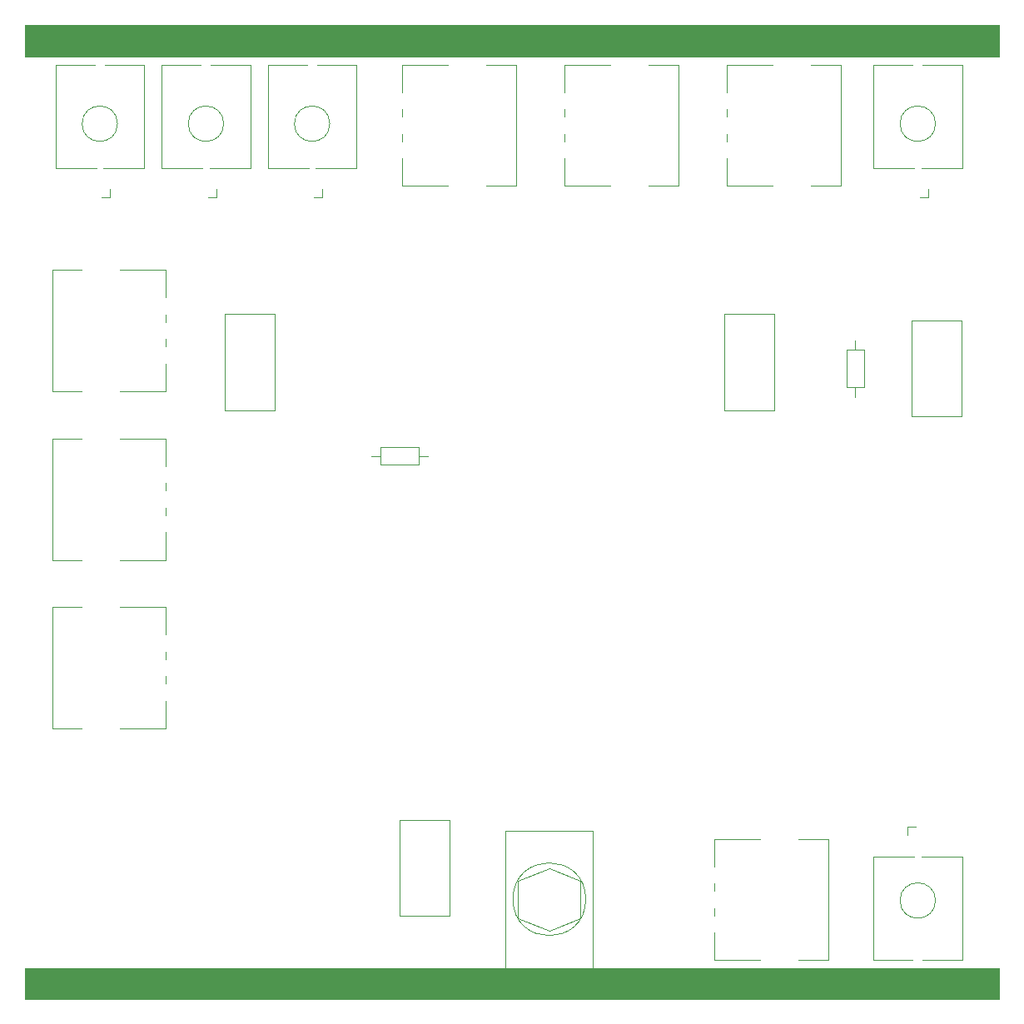
<source format=gto>
G04 #@! TF.GenerationSoftware,KiCad,Pcbnew,5.1.12-1.fc34*
G04 #@! TF.CreationDate,2022-01-17T20:57:28+01:00*
G04 #@! TF.ProjectId,vcf,7663662e-6b69-4636-9164-5f7063625858,rev?*
G04 #@! TF.SameCoordinates,Original*
G04 #@! TF.FileFunction,Legend,Top*
G04 #@! TF.FilePolarity,Positive*
%FSLAX46Y46*%
G04 Gerber Fmt 4.6, Leading zero omitted, Abs format (unit mm)*
G04 Created by KiCad (PCBNEW 5.1.12-1.fc34) date 2022-01-17 20:57:28*
%MOMM*%
%LPD*%
G01*
G04 APERTURE LIST*
%ADD10C,0.100000*%
%ADD11C,0.120000*%
%ADD12O,1.400000X1.400000*%
%ADD13C,1.400000*%
%ADD14O,1.700000X1.700000*%
%ADD15R,1.700000X1.700000*%
%ADD16O,1.600000X1.600000*%
%ADD17R,1.600000X1.600000*%
%ADD18C,4.000000*%
%ADD19C,1.800000*%
%ADD20C,1.440000*%
%ADD21C,2.130000*%
%ADD22R,1.930000X1.830000*%
%ADD23C,1.600000*%
G04 APERTURE END LIST*
D10*
G36*
X137160000Y-143510000D02*
G01*
X38100000Y-143510000D01*
X38100000Y-140335000D01*
X137160000Y-140335000D01*
X137160000Y-143510000D01*
G37*
X137160000Y-143510000D02*
X38100000Y-143510000D01*
X38100000Y-140335000D01*
X137160000Y-140335000D01*
X137160000Y-143510000D01*
G36*
X137160000Y-47625000D02*
G01*
X38100000Y-47625000D01*
X38100000Y-44450000D01*
X137160000Y-44450000D01*
X137160000Y-47625000D01*
G37*
X137160000Y-47625000D02*
X38100000Y-47625000D01*
X38100000Y-44450000D01*
X137160000Y-44450000D01*
X137160000Y-47625000D01*
D11*
X95142654Y-133350000D02*
G75*
G03*
X95142654Y-133350000I-3702654J0D01*
G01*
X91440000Y-136525000D02*
X88265000Y-135255000D01*
X94615000Y-135255000D02*
X91440000Y-136525000D01*
X94615000Y-131445000D02*
X94615000Y-135255000D01*
X91440000Y-130175000D02*
X94615000Y-131445000D01*
X88265000Y-131445000D02*
X91440000Y-130175000D01*
X88265000Y-135255000D02*
X88265000Y-131445000D01*
X95885000Y-140335000D02*
X86995000Y-140335000D01*
X95885000Y-126365000D02*
X95885000Y-140335000D01*
X86995000Y-126365000D02*
X95885000Y-126365000D01*
X86995000Y-140335000D02*
X86995000Y-126365000D01*
X108195000Y-127220000D02*
X112861000Y-127220000D01*
X116770000Y-127220000D02*
X119785000Y-127220000D01*
X108195000Y-139560000D02*
X112861000Y-139560000D01*
X116770000Y-139560000D02*
X119785000Y-139560000D01*
X108195000Y-127220000D02*
X108195000Y-130019000D01*
X108195000Y-131761000D02*
X108195000Y-132520000D01*
X108195000Y-134261000D02*
X108195000Y-135020000D01*
X108195000Y-136760000D02*
X108195000Y-139560000D01*
X119785000Y-127220000D02*
X119785000Y-139560000D01*
X128280000Y-84260000D02*
X128280000Y-74490000D01*
X133350000Y-84260000D02*
X133350000Y-74490000D01*
X128280000Y-84260000D02*
X133350000Y-84260000D01*
X128280000Y-74490000D02*
X133350000Y-74490000D01*
X76210000Y-135060000D02*
X76210000Y-125290000D01*
X81280000Y-135060000D02*
X81280000Y-125290000D01*
X76210000Y-135060000D02*
X81280000Y-135060000D01*
X76210000Y-125290000D02*
X81280000Y-125290000D01*
X109230000Y-83625000D02*
X109230000Y-73855000D01*
X114300000Y-83625000D02*
X114300000Y-73855000D01*
X109230000Y-83625000D02*
X114300000Y-83625000D01*
X109230000Y-73855000D02*
X114300000Y-73855000D01*
X58430000Y-83625000D02*
X58430000Y-73855000D01*
X63500000Y-83625000D02*
X63500000Y-73855000D01*
X58430000Y-83625000D02*
X63500000Y-83625000D01*
X58430000Y-73855000D02*
X63500000Y-73855000D01*
X109465000Y-48480000D02*
X114131000Y-48480000D01*
X118040000Y-48480000D02*
X121055000Y-48480000D01*
X109465000Y-60820000D02*
X114131000Y-60820000D01*
X118040000Y-60820000D02*
X121055000Y-60820000D01*
X109465000Y-48480000D02*
X109465000Y-51279000D01*
X109465000Y-53021000D02*
X109465000Y-53780000D01*
X109465000Y-55521000D02*
X109465000Y-56280000D01*
X109465000Y-58020000D02*
X109465000Y-60820000D01*
X121055000Y-48480000D02*
X121055000Y-60820000D01*
X92955000Y-48480000D02*
X97621000Y-48480000D01*
X101530000Y-48480000D02*
X104545000Y-48480000D01*
X92955000Y-60820000D02*
X97621000Y-60820000D01*
X101530000Y-60820000D02*
X104545000Y-60820000D01*
X92955000Y-48480000D02*
X92955000Y-51279000D01*
X92955000Y-53021000D02*
X92955000Y-53780000D01*
X92955000Y-55521000D02*
X92955000Y-56280000D01*
X92955000Y-58020000D02*
X92955000Y-60820000D01*
X104545000Y-48480000D02*
X104545000Y-60820000D01*
X76445000Y-48480000D02*
X81111000Y-48480000D01*
X85020000Y-48480000D02*
X88035000Y-48480000D01*
X76445000Y-60820000D02*
X81111000Y-60820000D01*
X85020000Y-60820000D02*
X88035000Y-60820000D01*
X76445000Y-48480000D02*
X76445000Y-51279000D01*
X76445000Y-53021000D02*
X76445000Y-53780000D01*
X76445000Y-55521000D02*
X76445000Y-56280000D01*
X76445000Y-58020000D02*
X76445000Y-60820000D01*
X88035000Y-48480000D02*
X88035000Y-60820000D01*
X52460000Y-81695000D02*
X47794000Y-81695000D01*
X43885000Y-81695000D02*
X40870000Y-81695000D01*
X52460000Y-69355000D02*
X47794000Y-69355000D01*
X43885000Y-69355000D02*
X40870000Y-69355000D01*
X52460000Y-81695000D02*
X52460000Y-78896000D01*
X52460000Y-77154000D02*
X52460000Y-76395000D01*
X52460000Y-74654000D02*
X52460000Y-73895000D01*
X52460000Y-72155000D02*
X52460000Y-69355000D01*
X40870000Y-81695000D02*
X40870000Y-69355000D01*
X52460000Y-98840000D02*
X47794000Y-98840000D01*
X43885000Y-98840000D02*
X40870000Y-98840000D01*
X52460000Y-86500000D02*
X47794000Y-86500000D01*
X43885000Y-86500000D02*
X40870000Y-86500000D01*
X52460000Y-98840000D02*
X52460000Y-96041000D01*
X52460000Y-94299000D02*
X52460000Y-93540000D01*
X52460000Y-91799000D02*
X52460000Y-91040000D01*
X52460000Y-89300000D02*
X52460000Y-86500000D01*
X40870000Y-98840000D02*
X40870000Y-86500000D01*
X52460000Y-115985000D02*
X47794000Y-115985000D01*
X43885000Y-115985000D02*
X40870000Y-115985000D01*
X52460000Y-103645000D02*
X47794000Y-103645000D01*
X43885000Y-103645000D02*
X40870000Y-103645000D01*
X52460000Y-115985000D02*
X52460000Y-113186000D01*
X52460000Y-111444000D02*
X52460000Y-110685000D01*
X52460000Y-108944000D02*
X52460000Y-108185000D01*
X52460000Y-106445000D02*
X52460000Y-103645000D01*
X40870000Y-115985000D02*
X40870000Y-103645000D01*
X123475000Y-77455000D02*
X121635000Y-77455000D01*
X121635000Y-77455000D02*
X121635000Y-81295000D01*
X121635000Y-81295000D02*
X123475000Y-81295000D01*
X123475000Y-81295000D02*
X123475000Y-77455000D01*
X122555000Y-76505000D02*
X122555000Y-77455000D01*
X122555000Y-82245000D02*
X122555000Y-81295000D01*
X74280000Y-87345000D02*
X74280000Y-89185000D01*
X74280000Y-89185000D02*
X78120000Y-89185000D01*
X78120000Y-89185000D02*
X78120000Y-87345000D01*
X78120000Y-87345000D02*
X74280000Y-87345000D01*
X73330000Y-88265000D02*
X74280000Y-88265000D01*
X79070000Y-88265000D02*
X78120000Y-88265000D01*
X124405000Y-128980000D02*
X124405000Y-139480000D01*
X133405000Y-128980000D02*
X133405000Y-139480000D01*
X133405000Y-139480000D02*
X129405000Y-139480000D01*
X128405000Y-139480000D02*
X124405000Y-139480000D01*
X133405000Y-128980000D02*
X129255000Y-128980000D01*
X128555000Y-128980000D02*
X124405000Y-128980000D01*
X130705000Y-133480000D02*
G75*
G03*
X130705000Y-133480000I-1800000J0D01*
G01*
X127845000Y-126000000D02*
X127845000Y-126800000D01*
X127845000Y-126000000D02*
X128705000Y-126000000D01*
X133405000Y-58980000D02*
X133405000Y-48480000D01*
X124405000Y-58980000D02*
X124405000Y-48480000D01*
X124405000Y-48480000D02*
X128405000Y-48480000D01*
X129405000Y-48480000D02*
X133405000Y-48480000D01*
X124405000Y-58980000D02*
X128555000Y-58980000D01*
X129255000Y-58980000D02*
X133405000Y-58980000D01*
X130705000Y-54480000D02*
G75*
G03*
X130705000Y-54480000I-1800000J0D01*
G01*
X129965000Y-61960000D02*
X129965000Y-61160000D01*
X129965000Y-61960000D02*
X129105000Y-61960000D01*
X71810000Y-58980000D02*
X71810000Y-48480000D01*
X62810000Y-58980000D02*
X62810000Y-48480000D01*
X62810000Y-48480000D02*
X66810000Y-48480000D01*
X67810000Y-48480000D02*
X71810000Y-48480000D01*
X62810000Y-58980000D02*
X66960000Y-58980000D01*
X67660000Y-58980000D02*
X71810000Y-58980000D01*
X69110000Y-54480000D02*
G75*
G03*
X69110000Y-54480000I-1800000J0D01*
G01*
X68370000Y-61960000D02*
X68370000Y-61160000D01*
X68370000Y-61960000D02*
X67510000Y-61960000D01*
X61015000Y-58980000D02*
X61015000Y-48480000D01*
X52015000Y-58980000D02*
X52015000Y-48480000D01*
X52015000Y-48480000D02*
X56015000Y-48480000D01*
X57015000Y-48480000D02*
X61015000Y-48480000D01*
X52015000Y-58980000D02*
X56165000Y-58980000D01*
X56865000Y-58980000D02*
X61015000Y-58980000D01*
X58315000Y-54480000D02*
G75*
G03*
X58315000Y-54480000I-1800000J0D01*
G01*
X57575000Y-61960000D02*
X57575000Y-61160000D01*
X57575000Y-61960000D02*
X56715000Y-61960000D01*
X50220000Y-58980000D02*
X50220000Y-48480000D01*
X41220000Y-58980000D02*
X41220000Y-48480000D01*
X41220000Y-48480000D02*
X45220000Y-48480000D01*
X46220000Y-48480000D02*
X50220000Y-48480000D01*
X41220000Y-58980000D02*
X45370000Y-58980000D01*
X46070000Y-58980000D02*
X50220000Y-58980000D01*
X47520000Y-54480000D02*
G75*
G03*
X47520000Y-54480000I-1800000J0D01*
G01*
X46780000Y-61960000D02*
X46780000Y-61160000D01*
X46780000Y-61960000D02*
X45920000Y-61960000D01*
%LPC*%
D12*
X77470000Y-93345000D03*
D13*
X77470000Y-85725000D03*
D14*
X48895000Y-124460000D03*
X46355000Y-124460000D03*
X48895000Y-127000000D03*
X46355000Y-127000000D03*
X48895000Y-129540000D03*
X46355000Y-129540000D03*
X48895000Y-132080000D03*
X46355000Y-132080000D03*
X48895000Y-134620000D03*
D15*
X46355000Y-134620000D03*
D16*
X104140000Y-109855000D03*
X119380000Y-102235000D03*
X106680000Y-109855000D03*
X116840000Y-102235000D03*
X109220000Y-109855000D03*
X114300000Y-102235000D03*
X111760000Y-109855000D03*
X111760000Y-102235000D03*
X114300000Y-109855000D03*
X109220000Y-102235000D03*
X116840000Y-109855000D03*
X106680000Y-102235000D03*
X119380000Y-109855000D03*
D17*
X104140000Y-102235000D03*
D16*
X60960000Y-109855000D03*
X76200000Y-102235000D03*
X63500000Y-109855000D03*
X73660000Y-102235000D03*
X66040000Y-109855000D03*
X71120000Y-102235000D03*
X68580000Y-109855000D03*
X68580000Y-102235000D03*
X71120000Y-109855000D03*
X66040000Y-102235000D03*
X73660000Y-109855000D03*
X63500000Y-102235000D03*
X76200000Y-109855000D03*
D17*
X60960000Y-102235000D03*
D16*
X80010000Y-109855000D03*
X100330000Y-102235000D03*
X82550000Y-109855000D03*
X97790000Y-102235000D03*
X85090000Y-109855000D03*
X95250000Y-102235000D03*
X87630000Y-109855000D03*
X92710000Y-102235000D03*
X90170000Y-109855000D03*
X90170000Y-102235000D03*
X92710000Y-109855000D03*
X87630000Y-102235000D03*
X95250000Y-109855000D03*
X85090000Y-102235000D03*
X97790000Y-109855000D03*
X82550000Y-102235000D03*
X100330000Y-109855000D03*
D17*
X80010000Y-102235000D03*
D16*
X123190000Y-109855000D03*
X130810000Y-102235000D03*
X125730000Y-109855000D03*
X128270000Y-102235000D03*
X128270000Y-109855000D03*
X125730000Y-102235000D03*
X130810000Y-109855000D03*
D17*
X123190000Y-102235000D03*
D16*
X72390000Y-82550000D03*
X80010000Y-74930000D03*
X74930000Y-82550000D03*
X77470000Y-74930000D03*
X77470000Y-82550000D03*
X74930000Y-74930000D03*
X80010000Y-82550000D03*
D17*
X72390000Y-74930000D03*
D18*
X114815000Y-138140000D03*
X114815000Y-128640000D03*
D19*
X107315000Y-135890000D03*
X107315000Y-133390000D03*
X107315000Y-130890000D03*
D20*
X130810000Y-81915000D03*
X130810000Y-79375000D03*
X130810000Y-76835000D03*
X78740000Y-132715000D03*
X78740000Y-130175000D03*
X78740000Y-127635000D03*
X111760000Y-81280000D03*
X111760000Y-78740000D03*
X111760000Y-76200000D03*
X60960000Y-81280000D03*
X60960000Y-78740000D03*
X60960000Y-76200000D03*
D18*
X116085000Y-59400000D03*
X116085000Y-49900000D03*
D19*
X108585000Y-57150000D03*
X108585000Y-54650000D03*
X108585000Y-52150000D03*
D18*
X99575000Y-59400000D03*
X99575000Y-49900000D03*
D19*
X92075000Y-57150000D03*
X92075000Y-54650000D03*
X92075000Y-52150000D03*
D18*
X83065000Y-59400000D03*
X83065000Y-49900000D03*
D19*
X75565000Y-57150000D03*
X75565000Y-54650000D03*
X75565000Y-52150000D03*
D18*
X45840000Y-70775000D03*
X45840000Y-80275000D03*
D19*
X53340000Y-73025000D03*
X53340000Y-75525000D03*
X53340000Y-78025000D03*
D18*
X45840000Y-87920000D03*
X45840000Y-97420000D03*
D19*
X53340000Y-90170000D03*
X53340000Y-92670000D03*
X53340000Y-95170000D03*
D18*
X45840000Y-105065000D03*
X45840000Y-114565000D03*
D19*
X53340000Y-107315000D03*
X53340000Y-109815000D03*
X53340000Y-112315000D03*
D12*
X114300000Y-113030000D03*
D13*
X114300000Y-120650000D03*
D12*
X125730000Y-120650000D03*
D13*
X125730000Y-113030000D03*
D12*
X122555000Y-83185000D03*
D13*
X122555000Y-75565000D03*
D12*
X128270000Y-120650000D03*
D13*
X128270000Y-113030000D03*
D12*
X80010000Y-88265000D03*
D13*
X72390000Y-88265000D03*
D12*
X118745000Y-79375000D03*
D13*
X126365000Y-79375000D03*
D12*
X85725000Y-70485000D03*
D13*
X85725000Y-78105000D03*
D12*
X130810000Y-113030000D03*
D13*
X130810000Y-120650000D03*
D12*
X116840000Y-91440000D03*
D13*
X116840000Y-99060000D03*
D12*
X97790000Y-91440000D03*
D13*
X97790000Y-99060000D03*
D12*
X63500000Y-123825000D03*
D13*
X55880000Y-123825000D03*
D12*
X63500000Y-135255000D03*
D13*
X55880000Y-135255000D03*
D12*
X80010000Y-120650000D03*
D13*
X80010000Y-113030000D03*
D12*
X92710000Y-113030000D03*
D13*
X92710000Y-120650000D03*
D12*
X82550000Y-123190000D03*
D13*
X74930000Y-123190000D03*
D12*
X76200000Y-120650000D03*
D13*
X76200000Y-113030000D03*
D12*
X87630000Y-113030000D03*
D13*
X87630000Y-120650000D03*
D12*
X107315000Y-78740000D03*
D13*
X99695000Y-78740000D03*
D12*
X82550000Y-120650000D03*
D13*
X82550000Y-113030000D03*
D12*
X92710000Y-91440000D03*
D13*
X92710000Y-99060000D03*
D12*
X85090000Y-91440000D03*
D13*
X85090000Y-99060000D03*
D12*
X85090000Y-81280000D03*
D13*
X85090000Y-88900000D03*
D12*
X82550000Y-99060000D03*
D13*
X82550000Y-91440000D03*
D12*
X95250000Y-99060000D03*
D13*
X95250000Y-91440000D03*
D12*
X55880000Y-97790000D03*
D13*
X63500000Y-97790000D03*
D12*
X80010000Y-99060000D03*
D13*
X80010000Y-91440000D03*
D12*
X68580000Y-71755000D03*
D13*
X68580000Y-64135000D03*
D12*
X72390000Y-64135000D03*
D13*
X72390000Y-71755000D03*
D12*
X125730000Y-91440000D03*
D13*
X125730000Y-99060000D03*
D12*
X74930000Y-64135000D03*
D13*
X74930000Y-71755000D03*
D12*
X128270000Y-91440000D03*
D13*
X128270000Y-99060000D03*
D12*
X106045000Y-71755000D03*
D13*
X106045000Y-64135000D03*
D12*
X116205000Y-83820000D03*
D13*
X116205000Y-76200000D03*
D12*
X89535000Y-71755000D03*
D13*
X89535000Y-64135000D03*
D12*
X100330000Y-99060000D03*
D13*
X100330000Y-91440000D03*
D12*
X56515000Y-67945000D03*
D13*
X56515000Y-75565000D03*
D12*
X63500000Y-92710000D03*
D13*
X55880000Y-92710000D03*
D12*
X56515000Y-102235000D03*
D13*
X56515000Y-109855000D03*
D12*
X51435000Y-66040000D03*
D13*
X43815000Y-66040000D03*
D21*
X128905000Y-138400000D03*
D22*
X128905000Y-127000000D03*
D21*
X128905000Y-130100000D03*
X128905000Y-49560000D03*
D22*
X128905000Y-60960000D03*
D21*
X128905000Y-57860000D03*
X67310000Y-49560000D03*
D22*
X67310000Y-60960000D03*
D21*
X67310000Y-57860000D03*
X56515000Y-49560000D03*
D22*
X56515000Y-60960000D03*
D21*
X56515000Y-57860000D03*
X45720000Y-49560000D03*
D22*
X45720000Y-60960000D03*
D21*
X45720000Y-57860000D03*
D16*
X74930000Y-85725000D03*
D17*
X74930000Y-93345000D03*
D16*
X63500000Y-126365000D03*
D17*
X55880000Y-126365000D03*
D16*
X63500000Y-132715000D03*
D17*
X55880000Y-132715000D03*
D23*
X101005000Y-122555000D03*
D17*
X103505000Y-122555000D03*
D23*
X97790000Y-118030000D03*
X97790000Y-113030000D03*
X69850000Y-123865000D03*
D17*
X69850000Y-126365000D03*
D23*
X69850000Y-132755000D03*
D17*
X69850000Y-135255000D03*
D23*
X85090000Y-118030000D03*
X85090000Y-113030000D03*
X90170000Y-113070000D03*
X90170000Y-115570000D03*
X104140000Y-113070000D03*
X104140000Y-115570000D03*
X60960000Y-113070000D03*
X60960000Y-115570000D03*
X87630000Y-94060000D03*
X87630000Y-99060000D03*
X130810000Y-96560000D03*
X130810000Y-99060000D03*
X123190000Y-113070000D03*
X123190000Y-115570000D03*
X90170000Y-94060000D03*
X90170000Y-99060000D03*
X83185000Y-72390000D03*
X83185000Y-74890000D03*
X69215000Y-82590000D03*
X69215000Y-85090000D03*
M02*

</source>
